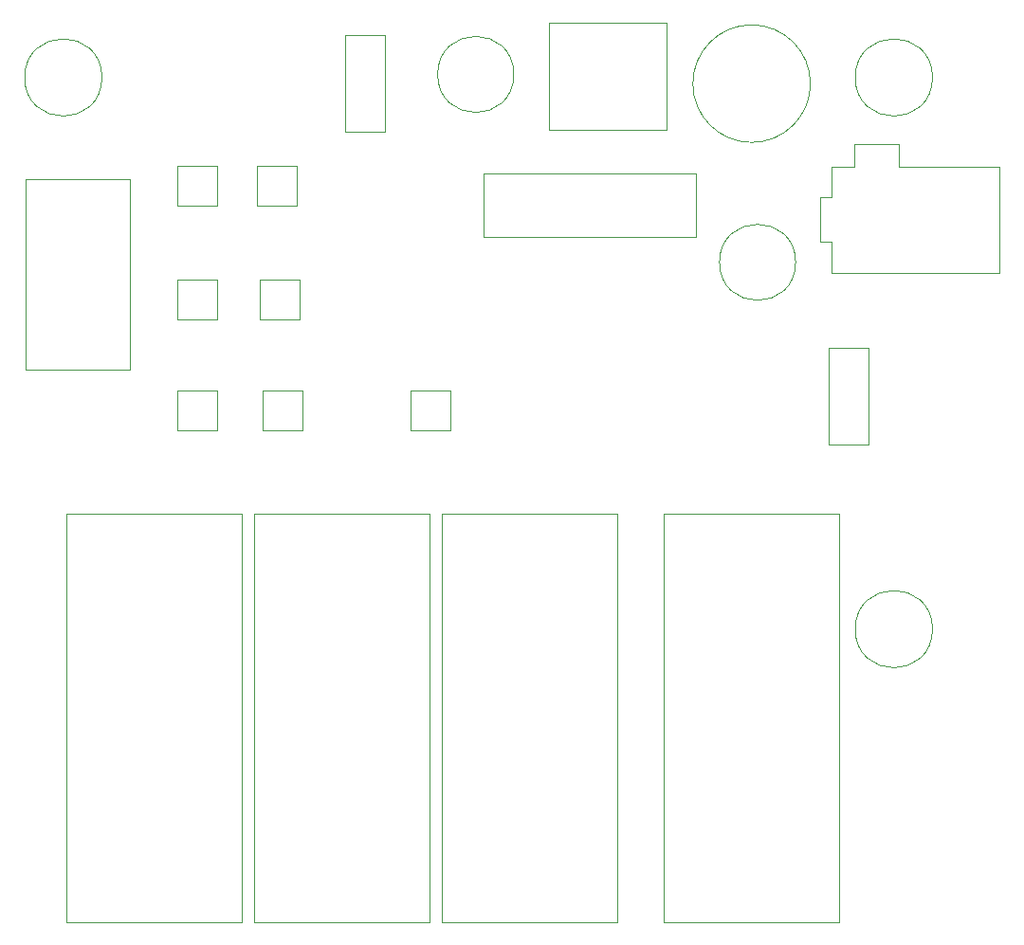
<source format=gbr>
G04 #@! TF.GenerationSoftware,KiCad,Pcbnew,5.0.2-bee76a0~70~ubuntu18.04.1*
G04 #@! TF.CreationDate,2019-01-20T23:04:17+00:00*
G04 #@! TF.ProjectId,Lcr_addon,4c63725f-6164-4646-9f6e-2e6b69636164,rev?*
G04 #@! TF.SameCoordinates,Original*
G04 #@! TF.FileFunction,Other,User*
%FSLAX46Y46*%
G04 Gerber Fmt 4.6, Leading zero omitted, Abs format (unit mm)*
G04 Created by KiCad (PCBNEW 5.0.2-bee76a0~70~ubuntu18.04.1) date Sun 20 Jan 2019 23:04:17 GMT*
%MOMM*%
%LPD*%
G01*
G04 APERTURE LIST*
%ADD10C,0.050000*%
G04 APERTURE END LIST*
D10*
G04 #@! TO.C,U4*
X85526000Y-52002000D02*
X85526000Y-61602000D01*
X85526000Y-61602000D02*
X96026000Y-61602000D01*
X96026000Y-61602000D02*
X96026000Y-52002000D01*
X96026000Y-52002000D02*
X85526000Y-52002000D01*
G04 #@! TO.C,U6*
X59688000Y-78468000D02*
X59688000Y-74948000D01*
X59688000Y-78468000D02*
X63238000Y-78468000D01*
X63238000Y-74948000D02*
X59688000Y-74948000D01*
X63238000Y-74948000D02*
X63238000Y-78468000D01*
G04 #@! TO.C,REF\002A\002A*
X45614000Y-56896000D02*
G75*
G03X45614000Y-56896000I-3450000J0D01*
G01*
X119782000Y-56896000D02*
G75*
G03X119782000Y-56896000I-3450000J0D01*
G01*
G04 #@! TO.C,C1*
X82394000Y-56622000D02*
G75*
G03X82394000Y-56622000I-3400000J0D01*
G01*
G04 #@! TO.C,C2*
X107560000Y-73406000D02*
G75*
G03X107560000Y-73406000I-3400000J0D01*
G01*
G04 #@! TO.C,D1*
X79684000Y-65476000D02*
X79684000Y-71176000D01*
X79684000Y-71176000D02*
X98624000Y-71176000D01*
X98624000Y-71176000D02*
X98624000Y-65476000D01*
X98624000Y-65476000D02*
X79684000Y-65476000D01*
G04 #@! TO.C,J1*
X110760000Y-74096000D02*
X110760000Y-74346000D01*
X110760000Y-74346000D02*
X125760000Y-74346000D01*
X110760000Y-74096000D02*
X110760000Y-71596000D01*
X110760000Y-71596000D02*
X109760000Y-71596000D01*
X109760000Y-71596000D02*
X109760000Y-67596000D01*
X109760000Y-67596000D02*
X110760000Y-67596000D01*
X110760000Y-67596000D02*
X110760000Y-64846000D01*
X110760000Y-64846000D02*
X112760000Y-64846000D01*
X112760000Y-64846000D02*
X112760000Y-62846000D01*
X112760000Y-62846000D02*
X116760000Y-62846000D01*
X116760000Y-62846000D02*
X116760000Y-64846000D01*
X116760000Y-64846000D02*
X125760000Y-64846000D01*
X125760000Y-64846000D02*
X125760000Y-74346000D01*
G04 #@! TO.C,J2*
X38780000Y-83018000D02*
X48080000Y-83018000D01*
X48080000Y-83018000D02*
X48080000Y-66018000D01*
X48080000Y-66018000D02*
X38780000Y-66018000D01*
X38780000Y-66018000D02*
X38780000Y-83018000D01*
G04 #@! TO.C,J3*
X70888000Y-61744000D02*
X70888000Y-53094000D01*
X70888000Y-53094000D02*
X67288000Y-53094000D01*
X67288000Y-53094000D02*
X67288000Y-61744000D01*
X67288000Y-61744000D02*
X70888000Y-61744000D01*
G04 #@! TO.C,J4*
X95782000Y-95852000D02*
X95782000Y-132352000D01*
X95782000Y-132352000D02*
X111482000Y-132352000D01*
X111482000Y-95852000D02*
X111482000Y-132352000D01*
X111482000Y-95852000D02*
X95782000Y-95852000D01*
G04 #@! TO.C,J5*
X59206000Y-95852000D02*
X59206000Y-132352000D01*
X59206000Y-132352000D02*
X74906000Y-132352000D01*
X74906000Y-95852000D02*
X74906000Y-132352000D01*
X74906000Y-95852000D02*
X59206000Y-95852000D01*
G04 #@! TO.C,J6*
X91670000Y-95852000D02*
X75970000Y-95852000D01*
X91670000Y-95852000D02*
X91670000Y-132352000D01*
X75970000Y-132352000D02*
X91670000Y-132352000D01*
X75970000Y-95852000D02*
X75970000Y-132352000D01*
G04 #@! TO.C,J7*
X58142000Y-95852000D02*
X42442000Y-95852000D01*
X58142000Y-95852000D02*
X58142000Y-132352000D01*
X42442000Y-132352000D02*
X58142000Y-132352000D01*
X42442000Y-95852000D02*
X42442000Y-132352000D01*
G04 #@! TO.C,L1*
X108882000Y-57444000D02*
G75*
G03X108882000Y-57444000I-5250000J0D01*
G01*
G04 #@! TO.C,U1*
X52322000Y-88374000D02*
X52322000Y-84854000D01*
X52322000Y-88374000D02*
X55872000Y-88374000D01*
X55872000Y-84854000D02*
X52322000Y-84854000D01*
X55872000Y-84854000D02*
X55872000Y-88374000D01*
G04 #@! TO.C,U2*
X55872000Y-74948000D02*
X55872000Y-78468000D01*
X55872000Y-74948000D02*
X52322000Y-74948000D01*
X52322000Y-78468000D02*
X55872000Y-78468000D01*
X52322000Y-78468000D02*
X52322000Y-74948000D01*
G04 #@! TO.C,U3*
X52322000Y-68308000D02*
X52322000Y-64788000D01*
X52322000Y-68308000D02*
X55872000Y-68308000D01*
X55872000Y-64788000D02*
X52322000Y-64788000D01*
X55872000Y-64788000D02*
X55872000Y-68308000D01*
G04 #@! TO.C,U5*
X63492000Y-84854000D02*
X63492000Y-88374000D01*
X63492000Y-84854000D02*
X59942000Y-84854000D01*
X59942000Y-88374000D02*
X63492000Y-88374000D01*
X59942000Y-88374000D02*
X59942000Y-84854000D01*
G04 #@! TO.C,U7*
X62984000Y-64788000D02*
X62984000Y-68308000D01*
X62984000Y-64788000D02*
X59434000Y-64788000D01*
X59434000Y-68308000D02*
X62984000Y-68308000D01*
X59434000Y-68308000D02*
X59434000Y-64788000D01*
G04 #@! TO.C,U8*
X73150000Y-88374000D02*
X73150000Y-84854000D01*
X73150000Y-88374000D02*
X76700000Y-88374000D01*
X76700000Y-84854000D02*
X73150000Y-84854000D01*
X76700000Y-84854000D02*
X76700000Y-88374000D01*
G04 #@! TO.C,J8*
X114068000Y-89684000D02*
X114068000Y-81034000D01*
X114068000Y-81034000D02*
X110468000Y-81034000D01*
X110468000Y-81034000D02*
X110468000Y-89684000D01*
X110468000Y-89684000D02*
X114068000Y-89684000D01*
G04 #@! TO.C,REF\002A\002A*
X119782000Y-106172000D02*
G75*
G03X119782000Y-106172000I-3450000J0D01*
G01*
G04 #@! TD*
M02*

</source>
